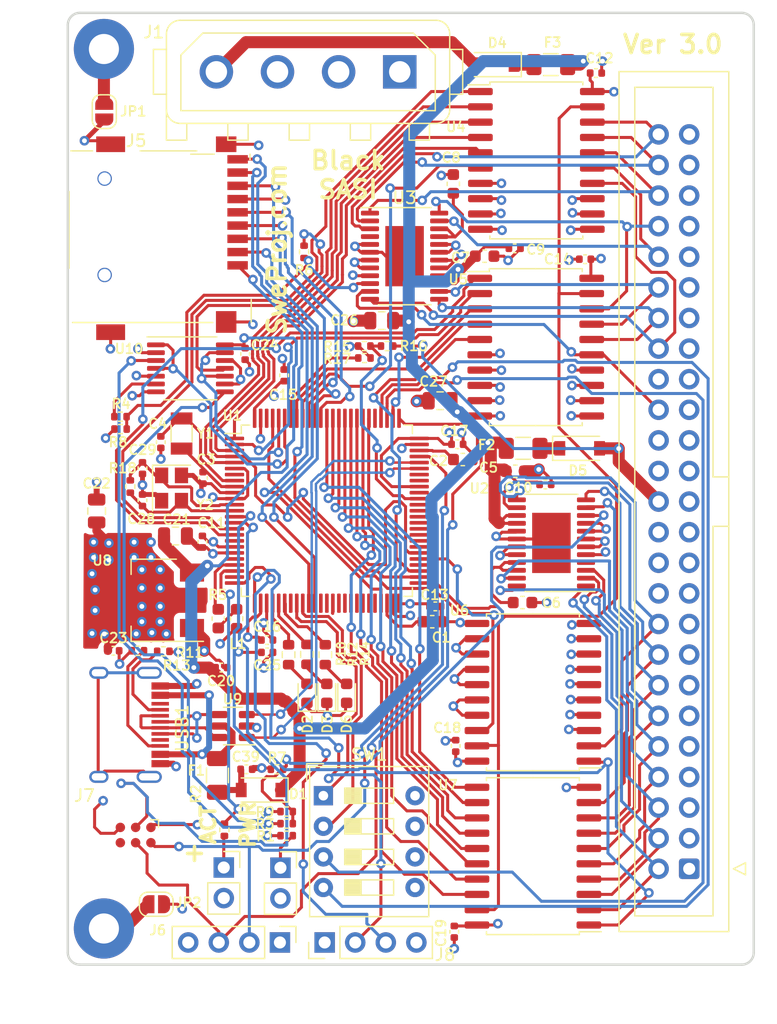
<source format=kicad_pcb>
(kicad_pcb (version 20221018) (generator pcbnew)

  (general
    (thickness 4.69)
  )

  (paper "A4")
  (title_block
    (title "BlackSASI")
    (date "2022-03-20")
    (rev "1.00")
    (company "SweProj.com")
  )

  (layers
    (0 "F.Cu" signal)
    (1 "In1.Cu" signal)
    (2 "In2.Cu" signal)
    (31 "B.Cu" signal)
    (32 "B.Adhes" user "B.Adhesive")
    (33 "F.Adhes" user "F.Adhesive")
    (34 "B.Paste" user)
    (35 "F.Paste" user)
    (36 "B.SilkS" user "B.Silkscreen")
    (37 "F.SilkS" user "F.Silkscreen")
    (38 "B.Mask" user)
    (39 "F.Mask" user)
    (40 "Dwgs.User" user "User.Drawings")
    (41 "Cmts.User" user "User.Comments")
    (42 "Eco1.User" user "User.Eco1")
    (43 "Eco2.User" user "User.Eco2")
    (44 "Edge.Cuts" user)
    (45 "Margin" user)
    (46 "B.CrtYd" user "B.Courtyard")
    (47 "F.CrtYd" user "F.Courtyard")
    (48 "B.Fab" user)
    (49 "F.Fab" user)
  )

  (setup
    (stackup
      (layer "F.SilkS" (type "Top Silk Screen"))
      (layer "F.Paste" (type "Top Solder Paste"))
      (layer "F.Mask" (type "Top Solder Mask") (thickness 0.01))
      (layer "F.Cu" (type "copper") (thickness 0.035))
      (layer "dielectric 1" (type "core") (thickness 1.51) (material "FR4") (epsilon_r 4.5) (loss_tangent 0.02))
      (layer "In1.Cu" (type "copper") (thickness 0.035))
      (layer "dielectric 2" (type "prepreg") (thickness 1.51) (material "FR4") (epsilon_r 4.5) (loss_tangent 0.02))
      (layer "In2.Cu" (type "copper") (thickness 0.035))
      (layer "dielectric 3" (type "core") (thickness 1.51) (material "FR4") (epsilon_r 4.5) (loss_tangent 0.02))
      (layer "B.Cu" (type "copper") (thickness 0.035))
      (layer "B.Mask" (type "Bottom Solder Mask") (thickness 0.01))
      (layer "B.Paste" (type "Bottom Solder Paste"))
      (layer "B.SilkS" (type "Bottom Silk Screen"))
      (copper_finish "None")
      (dielectric_constraints no)
    )
    (pad_to_mask_clearance 0)
    (pcbplotparams
      (layerselection 0x00010fc_ffffffff)
      (plot_on_all_layers_selection 0x0001000_00000000)
      (disableapertmacros false)
      (usegerberextensions true)
      (usegerberattributes true)
      (usegerberadvancedattributes true)
      (creategerberjobfile false)
      (dashed_line_dash_ratio 12.000000)
      (dashed_line_gap_ratio 3.000000)
      (svgprecision 6)
      (plotframeref false)
      (viasonmask false)
      (mode 1)
      (useauxorigin false)
      (hpglpennumber 1)
      (hpglpenspeed 20)
      (hpglpendiameter 15.000000)
      (dxfpolygonmode true)
      (dxfimperialunits true)
      (dxfusepcbnewfont true)
      (psnegative false)
      (psa4output false)
      (plotreference true)
      (plotvalue true)
      (plotinvisibletext false)
      (sketchpadsonfab false)
      (subtractmaskfromsilk true)
      (outputformat 4)
      (mirror false)
      (drillshape 0)
      (scaleselection 1)
      (outputdirectory "pdf")
    )
  )

  (net 0 "")
  (net 1 "/SD_MISO")
  (net 2 "GND")
  (net 3 "/SD_CLK")
  (net 4 "+3V3")
  (net 5 "/SD_MOSI")
  (net 6 "/SD_CS")
  (net 7 "/SCSI_IO")
  (net 8 "/SCSI_REQ")
  (net 9 "/SCSI_CD")
  (net 10 "/SCSI_SEL")
  (net 11 "/SCSI_RST")
  (net 12 "/SCSI_ACK")
  (net 13 "/SCSI_BSY")
  (net 14 "/SCSI_ATN")
  (net 15 "/SCSI_MSG")
  (net 16 "/SCSI_DBP")
  (net 17 "/SCSI_DAT7")
  (net 18 "/SCSI_DAT6")
  (net 19 "/SCSI_DAT5")
  (net 20 "/SCSI_DAT4")
  (net 21 "/SCSI_DAT3")
  (net 22 "/SCSI_DAT2")
  (net 23 "/SCSI_DAT1")
  (net 24 "/SCSI_DAT0")
  (net 25 "/TERM_PWR")
  (net 26 "+5V")
  (net 27 "/EXTERNAL_LED")
  (net 28 "Net-(J4-Pad1)")
  (net 29 "unconnected-(J2-Pad34)")
  (net 30 "unconnected-(J2-Pad25)")
  (net 31 "Net-(C1-Pad1)")
  (net 32 "Net-(C2-Pad1)")
  (net 33 "Net-(C3-Pad1)")
  (net 34 "Net-(C4-Pad1)")
  (net 35 "Net-(C6-Pad1)")
  (net 36 "unconnected-(U1-Pad18)")
  (net 37 "unconnected-(U1-Pad21)")
  (net 38 "unconnected-(U1-Pad24)")
  (net 39 "Net-(R3-Pad2)")
  (net 40 "Net-(C29-Pad1)")
  (net 41 "/LOW_TERM_1")
  (net 42 "Net-(R11-Pad2)")
  (net 43 "Net-(R13-Pad2)")
  (net 44 "/SD_DAT1")
  (net 45 "unconnected-(U1-Pad46)")
  (net 46 "unconnected-(U1-Pad57)")
  (net 47 "unconnected-(U1-Pad58)")
  (net 48 "unconnected-(U1-Pad59)")
  (net 49 "unconnected-(U1-Pad60)")
  (net 50 "unconnected-(U1-Pad61)")
  (net 51 "unconnected-(U1-Pad62)")
  (net 52 "unconnected-(U1-Pad63)")
  (net 53 "unconnected-(U1-Pad64)")
  (net 54 "unconnected-(U1-Pad66)")
  (net 55 "unconnected-(U1-Pad80)")
  (net 56 "unconnected-(U1-Pad98)")
  (net 57 "Net-(H2-Pad1)")
  (net 58 "/SD_DET")
  (net 59 "unconnected-(U2-Pad4)")
  (net 60 "/SD_DAT2")
  (net 61 "unconnected-(U1-Pad37)")
  (net 62 "unconnected-(U1-Pad54)")
  (net 63 "Net-(C8-Pad1)")
  (net 64 "Net-(L1-Pad2)")
  (net 65 "unconnected-(U3-Pad4)")
  (net 66 "/HIGH TERM_2")
  (net 67 "Net-(F1-Pad2)")
  (net 68 "/E_SCSI_DAT0")
  (net 69 "/E_SCSI_DAT1")
  (net 70 "/E_SCSI_DAT2")
  (net 71 "/E_SCSI_DAT3")
  (net 72 "/E_SCSI_DAT4")
  (net 73 "/E_SCSI_DAT5")
  (net 74 "/E_SCSI_DAT6")
  (net 75 "/E_SCSI_DAT7")
  (net 76 "/E_SCSI_DBP")
  (net 77 "/E_SCSI_ATN")
  (net 78 "/E_SCSI_BSY")
  (net 79 "/E_SCSI_ACK")
  (net 80 "/E_SCSI_RST")
  (net 81 "/E_SCSI_MSG")
  (net 82 "/E_SCSI_SEL")
  (net 83 "/E_SCSI_CD")
  (net 84 "/E_SCSI_REQ")
  (net 85 "/E_SCSI_IO")
  (net 86 "/SCSI_DTD")
  (net 87 "/SCSI_IND")
  (net 88 "/SCSI_TAD")
  (net 89 "Net-(R5-Pad2)")
  (net 90 "/USB-")
  (net 91 "Net-(U9-Pad4)")
  (net 92 "Net-(U9-Pad6)")
  (net 93 "unconnected-(USB1-Pad13)")
  (net 94 "unconnected-(USB1-Pad9)")
  (net 95 "unconnected-(USB1-Pad3)")
  (net 96 "Net-(R4-Pad2)")
  (net 97 "USB_POWER")
  (net 98 "/LOW TERM_2")
  (net 99 "/HIGH_TERM_1")
  (net 100 "unconnected-(U1-Pad32)")
  (net 101 "unconnected-(U1-Pad68)")
  (net 102 "unconnected-(U1-Pad69)")
  (net 103 "/SWDIO")
  (net 104 "/SWCLK")
  (net 105 "+5VP")
  (net 106 "/HIGH_TERM")
  (net 107 "/LOW_TERM")
  (net 108 "Net-(D5-Pad1)")
  (net 109 "Net-(D4-Pad1)")
  (net 110 "unconnected-(J7-Pad6)")
  (net 111 "/nRST")
  (net 112 "Net-(D2-Pad2)")
  (net 113 "Net-(D3-Pad2)")
  (net 114 "Net-(D6-Pad2)")
  (net 115 "/LED1")
  (net 116 "/LED2")
  (net 117 "/LED3")
  (net 118 "/SW1")
  (net 119 "/SW2")
  (net 120 "/SW3")
  (net 121 "/SW4")
  (net 122 "Net-(R15-Pad2)")
  (net 123 "Net-(R17-Pad1)")
  (net 124 "unconnected-(U1-Pad7)")
  (net 125 "unconnected-(J1-Pad1)")
  (net 126 "unconnected-(U1-Pad38)")
  (net 127 "unconnected-(U1-Pad39)")
  (net 128 "unconnected-(U1-Pad40)")
  (net 129 "unconnected-(U1-Pad41)")
  (net 130 "unconnected-(U1-Pad42)")
  (net 131 "unconnected-(U1-Pad43)")
  (net 132 "unconnected-(U1-Pad44)")
  (net 133 "unconnected-(U1-Pad45)")
  (net 134 "/USB+")
  (net 135 "Net-(C28-Pad1)")
  (net 136 "Net-(J3-Pad1)")
  (net 137 "Net-(H1-Pad1)")
  (net 138 "/~{TRANS_OE}")
  (net 139 "/UART_RX")
  (net 140 "/UART_TX")

  (footprint "Connector_IDC:IDC-Header_2x25_P2.54mm_Vertical" (layer "F.Cu") (at 169.634999 131.044824 180))

  (footprint "Diode_SMD:D_SOD-123" (layer "F.Cu") (at 160.534999 96.144824))

  (footprint "Diode_SMD:D_SOD-123" (layer "F.Cu") (at 153.434999 64.294824 180))

  (footprint "Connector_PinSocket_2.54mm:PinSocket_1x02_P2.54mm_Vertical" (layer "F.Cu") (at 130.959999 130.937))

  (footprint "Connector_PinSocket_2.54mm:PinSocket_1x02_P2.54mm_Vertical" (layer "F.Cu") (at 135.669999 130.957))

  (footprint "Button_Switch_THT:SW_DIP_SPSTx04_Slide_9.78x12.34mm_W7.62mm_P2.54mm" (layer "F.Cu") (at 139.2345 124.978))

  (footprint "LED_SMD:LED_0603_1608Metric" (layer "F.Cu") (at 141.1712 116.482525 90))

  (footprint "Resistor_SMD:R_0603_1608Metric" (layer "F.Cu") (at 137.8712 113.247376 90))

  (footprint "LED_SMD:LED_0603_1608Metric" (layer "F.Cu") (at 139.5212 116.482525 90))

  (footprint "Capacitor_SMD:C_0402_1005Metric" (layer "F.Cu") (at 155.134999 79.544824))

  (footprint "Capacitor_SMD:C_0603_1608Metric" (layer "F.Cu") (at 150.822999 97.072824))

  (footprint "Diode_SMD:D_SOD-123" (layer "F.Cu") (at 134.058999 124.504824 180))

  (footprint "MountingHole:MountingHole_2.5mm_Pad_TopBottom" (layer "F.Cu") (at 121 136))

  (footprint "Connector_TE-Connectivity:TE_MATE-N-LOK_350211-1_1x04_P5.08mm_Vertical" (layer "F.Cu") (at 145.584999 64.894824 180))

  (footprint "Capacitor_SMD:C_0603_1608Metric" (layer "F.Cu") (at 150.034999 74.194824 90))

  (footprint "Resistor_SMD:R_0402_1005Metric" (layer "F.Cu") (at 144.535 87.655 180))

  (footprint "Resistor_SMD:R_0402_1005Metric" (layer "F.Cu") (at 125.934999 112.994824 180))

  (footprint "Capacitor_SMD:C_0402_1005Metric" (layer "F.Cu") (at 161.884999 64.994824))

  (footprint "Capacitor_SMD:C_0402_1005Metric" (layer "F.Cu") (at 129.232999 98.596824 -90))

  (footprint "Resistor_SMD:R_0402_1005Metric" (layer "F.Cu") (at 122.384999 94.544824))

  (footprint "Resistor_SMD:R_0402_1005Metric" (layer "F.Cu") (at 142.635 87.655))

  (footprint "BlackSASI:HRO-TYPE-C-31-M-12" (layer "F.Cu") (at 117.983 119.094824 -90))

  (footprint "Package_SO:SOIC-20W_7.5x12.8mm_P1.27mm" (layer "F.Cu") (at 156.649999 129.994824 180))

  (footprint "Capacitor_SMD:C_0402_1005Metric" (layer "F.Cu") (at 148.536999 109.264824))

  (footprint "Capacitor_SMD:C_0402_1005Metric" (layer "F.Cu") (at 121.784999 112.944824))

  (footprint "Capacitor_SMD:C_0805_2012Metric" (layer "F.Cu") (at 126.946999 103.422824))

  (footprint "Capacitor_SMD:C_0402_1005Metric" (layer "F.Cu") (at 130.756999 114.344824))

  (footprint "Package_SO:TSSOP-24-1EP_4.4x7.8mm_P0.65mm_EP3.2x5mm" (layer "F.Cu") (at 158.184999 103.994824 180))

  (footprint "Capacitor_SMD:C_0402_1005Metric" (layer "F.Cu") (at 150.114 136.271 -90))

  (footprint "Resistor_SMD:R_0603_1608Metric" (layer "F.Cu") (at 136.3472 113.2718 90))

  (footprint "Resistor_SMD:R_0402_1005Metric" (layer "F.Cu") (at 137.634999 79.834824 -90))

  (footprint "Resistor_SMD:R_0603_1608Metric" (layer "F.Cu") (at 139.3952 113.2718 90))

  (footprint "Resistor_SMD:R_0402_1005Metric" (layer "F.Cu") (at 136.184999 128.294824 180))

  (footprint "LED_SMD:LED_0603_1608Metric" (layer "F.Cu") (at 137.8712 116.482525 90))

  (footprint "BlackSASI:Fuse_1206_3216Metric" (layer "F.Cu") (at 155.834999 96.144824))

  (footprint "Capacitor_SMD:C_0402_1005Metric" (layer "F.Cu") (at 157.684999 99.144824))

  (footprint "Capacitor_SMD:C_0402_1005Metric" (layer "F.Cu") (at 160.984999 80.444824 180))

  (footprint "Resistor_SMD:R_0402_1005Metric" (layer "F.Cu") (at 123.825 112.944824))

  (footprint "Connector:Tag-Connect_TC2030-IDC-FP_2x03_P1.27mm_Vertical" (layer "F.Cu")
    (tstamp 6d86737e-5716-4a66-890b-4c9e71ef1c76)
    (at 123.634999 128.244824 180)
    (descr "Tag-Connect programming header; http://www.tag-connect.com/Materials/TC2030-IDC.pdf")
    (tags "tag connect programming header pogo pins")
    (property "LCSC" "NM")
    (property "Sheetfile" "BlackSASI.kicad_sch")
    (property "Sheetname" "")
    (path "/0f969d51-4c07-44b6-9638-97a79eacc80d")
    (attr exclude_from_pos_files)
    (fp_text reference "J7" (at 4.254999 3.276824) (layer "F.SilkS")
        (effects (font (size 1 1) (thickness 0.15)))
      (tstamp 7fcb7543-323b-44e8-93b8-2d422fa620e6)
    )
    (fp_text value "Conn_02x03_Odd_Even" (at 0 -4.7) (layer "F.Fab")
        (effects (font (size 1 1) (thickness 0.15)))
      (tstamp aec74e23-b86f-40f3-9fb6-a7aa5732d075)
    )
    (fp_text user "KEEPOUT" (at 0 0) (layer "Cmts.User")
        (effects (font (size 0.4 0.4) (thickness 0.07)))
      (tstamp 97df20ff-39b9-4698-9d7d-1176a1ddb1b4)
    )
    (fp_text user "${REFERENCE}" (at 0 0) (layer "F.Fab")
        (effects (font (size 1 1) (thickness 0.15)))
      (tstamp 1136bb5a-d84f-44ab-9c34-0a73021543eb)
    )
    (fp_line (start -1.905 1.27) (end -1.905 0.635)
      (stroke (width 0.12) (type solid)) (layer "F.SilkS") (tstamp b40c527d-4d88-47b9-84de-b92cd10f08eb))
    (fp_line (start -1.27 1.27) (end -1.905 1.27)
      (stroke (width 0.12) (type solid)) (layer "F.SilkS") (tstamp 85dd010e-1c82-4e15-af21-b62bb6a0faea))
    (fp_line (start -1.27 -0.635) (end 1.27 -0.635)
      (stroke (width 0.1) (type solid)) (layer "Dwgs.User") (tstamp 6a48972e-e148-4874-a709-829153c0856b))
    (fp_line (start -1.27 0) (end -0.635 -0.635)
      (stroke (width 0.1) (type solid)) (layer "Dwgs.User") (tstamp bd757586-ec9f-4dcf-ab1f-ddb5ea16280c))
    (fp_line (start -1.27 0.635) (end -1.27 -0.635)
      (stroke (width 0.1) (type solid)) (layer "Dwgs.User") (tstamp d86ffb71-7846-44f8-94c7-004452a05b60))
    (fp_line (start -1.27 0.635) (end 0 -0.635)
      (stroke (width 0.1) (type solid)) (layer "Dwgs.User") (tstamp e4d06517-5bc9-4e96-a571-efce7d7e1d1d))
    (fp_line (start -0.635 0.635) (end 0.635 -0.635)
      (stroke (width 0.1) (type solid)) (layer "Dwgs.User") (tstamp 85fc78c3-d848-4b4d-9e0a-0ef03417c97f))
    (fp_line (start 0 0.635) (end 1.27 -0.635)
      (stroke (width 0.1) (type solid)) (layer "Dwgs.User") (tstamp a38c1a5b-1f74-4476-8efc-72bf36ad3031))
    (fp_line (start 0.635 0.635) (end 1.27 0)
      (stroke (width 0.1) (type solid)) (layer "Dwgs.User") (tstamp 86b995dc-5f2a-42ea-b2a7-279fc8a6da2e))
    (fp_line (start 1.27 -0.635) (end 1.27 0.635)
      (stroke (width 0.1) (type solid)) (layer "Dwgs.User") (tstamp 57e1ca6b-f0de-4c40-b2b8-14ee9cb556c4))
    (fp_line (start 1.27 0.635) (end -1.27 0.635)
      (stroke (width 0.1) (type solid)) (layer "Dwgs.User") (tstamp 6ef7c199-1cc5-494e-a9ac-7673d1f659f2))
    (fp_line (start -4.25 -4.25) (end 3.75 -4.25)
      (stroke (width 0.05) (type solid)) (layer "F.CrtYd") (tstamp e3ac2472-0ec6-4a19-874d-6002b15af7ef))
    (fp_line (start -4.25 4.25) (end -4.25 -4.25)
      (stroke (width 0.05) (type solid)) (layer "F.CrtYd") (tstamp c20e4145-6d44-4d46-b2c5-4f869a8947f3))
    (fp_line (start 3.75 -4.25) (end 3.75 4.25)
      (stroke (width 0.05) (type solid)) (layer "F.CrtYd") (tstamp f25faf31-7760-4e97-b1f9-29234907b6a8))
    (fp_line (start 3.75 4.25) (end -4.25 4.25)
      (stroke (width 0.05) (type solid)) (layer "F.CrtYd") (tstamp ec8179fb-7747-4360-951d-396ec8db7e38))
    (pad "" np_thru_hole circle (at -2.54 -2.54 180) (size 2.3749 2.3749) (drill 2.3749) (layers "*.Cu" "*.Mask") (tstamp 25e441bf-764e-4646-94f5-0d2144ebb5e7))
    (pad "" np_thru_hole circle (at -2.54 0 180) (size 0.9906 0.9906) (drill 0.9906) (layers "*.Cu" "*.Mask") (tstamp 774d90d8-4627-4d4b-a177-d24dbe6e8f1f))
    (pad "" np_thru_hole circle (at -2.54 2.54 180) (size 2.3749 2.3749) (drill 2.3749) (layers "*.Cu" "*.Mask") (tstamp 483cac72-e13e-41b3-b926-d3c66d50b75c))
    (pad "" np_thru_hole circle (at 0.635 -2.54 180) (size 2.3749 2.3749) (drill 2.3749) (layers "*.Cu" "*.Mask") (tstamp 16a63a2d-f3d4-4dc9-bc7b-3bdbd4016b6a))
    (pad "" np_thru_hole circle (at 0.635 2.54 180) (size 2.3749 2.3749) (drill 2.3749) (layers "*.Cu" "*.Mask") (tstamp a2db605d-74c1-4693-acbe-2b197b4384cb))
    (pad "" np_thru_hole circle (at 2.54 -1.016 180) (size 0.9906 0.9906) (drill 0.9906) (layers "*.Cu" "*.Mask") (tstamp 25df8d8f-aaa2-4058-b4dd-3b3c1a02f245))
    (pad "" np_thru_hole circle (at 2.54 1.016 180) (size 0.9906 0.9906) (drill 0.9906) (layers "*.Cu" "*.Mask") (tstamp 2b12aaaa-0a1f-4f7c-9e40-1061e352907e))
    (pad "1" connect circle (at -1.27 0.635 180) (size 0.
... [1292802 chars truncated]
</source>
